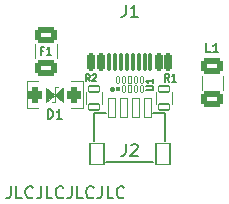
<source format=gto>
G04 #@! TF.GenerationSoftware,KiCad,Pcbnew,(5.99.0-8748-g0125986588)*
G04 #@! TF.CreationDate,2021-05-21T22:54:23+03:00*
G04 #@! TF.ProjectId,Unified-Daughterboard,556e6966-6965-4642-9d44-617567687465,C3*
G04 #@! TF.SameCoordinates,Original*
G04 #@! TF.FileFunction,Legend,Top*
G04 #@! TF.FilePolarity,Positive*
%FSLAX46Y46*%
G04 Gerber Fmt 4.6, Leading zero omitted, Abs format (unit mm)*
G04 Created by KiCad (PCBNEW (5.99.0-8748-g0125986588)) date 2021-05-21 22:54:23*
%MOMM*%
%LPD*%
G01*
G04 APERTURE LIST*
G04 Aperture macros list*
%AMRoundRect*
0 Rectangle with rounded corners*
0 $1 Rounding radius*
0 $2 $3 $4 $5 $6 $7 $8 $9 X,Y pos of 4 corners*
0 Add a 4 corners polygon primitive as box body*
4,1,4,$2,$3,$4,$5,$6,$7,$8,$9,$2,$3,0*
0 Add four circle primitives for the rounded corners*
1,1,$1+$1,$2,$3*
1,1,$1+$1,$4,$5*
1,1,$1+$1,$6,$7*
1,1,$1+$1,$8,$9*
0 Add four rect primitives between the rounded corners*
20,1,$1+$1,$2,$3,$4,$5,0*
20,1,$1+$1,$4,$5,$6,$7,0*
20,1,$1+$1,$6,$7,$8,$9,0*
20,1,$1+$1,$8,$9,$2,$3,0*%
G04 Aperture macros list end*
%ADD10C,0.150000*%
%ADD11C,0.152400*%
%ADD12C,0.127000*%
%ADD13C,0.200000*%
%ADD14C,0.400000*%
%ADD15C,0.120000*%
%ADD16C,0.101600*%
%ADD17C,0.100000*%
%ADD18RoundRect,0.176000X0.000000X-0.150000X0.000000X-0.150000X0.000000X0.150000X0.000000X0.150000X0*%
%ADD19RoundRect,0.051000X-0.125000X-0.275000X0.125000X-0.275000X0.125000X0.275000X-0.125000X0.275000X0*%
%ADD20RoundRect,0.051000X-0.150000X-0.275000X0.150000X-0.275000X0.150000X0.275000X-0.150000X0.275000X0*%
%ADD21RoundRect,0.270400X0.655600X-0.405600X0.655600X0.405600X-0.655600X0.405600X-0.655600X-0.405600X0*%
%ADD22RoundRect,0.051000X-0.450000X0.250000X-0.450000X-0.250000X0.450000X-0.250000X0.450000X0.250000X0*%
%ADD23RoundRect,0.270400X-0.655600X0.405600X-0.655600X-0.405600X0.655600X-0.405600X0.655600X0.405600X0*%
%ADD24RoundRect,0.275500X0.275500X0.375500X-0.275500X0.375500X-0.275500X-0.375500X0.275500X-0.375500X0*%
%ADD25O,1.202000X2.302000*%
%ADD26O,1.402000X2.002000*%
%ADD27C,0.752000*%
%ADD28RoundRect,0.175500X0.175500X0.600500X-0.175500X0.600500X-0.175500X-0.600500X0.175500X-0.600500X0*%
%ADD29RoundRect,0.100500X0.100500X0.675500X-0.100500X0.675500X-0.100500X-0.675500X0.100500X-0.675500X0*%
%ADD30C,3.602001*%
%ADD31RoundRect,0.051000X-0.300000X-0.775000X0.300000X-0.775000X0.300000X0.775000X-0.300000X0.775000X0*%
%ADD32RoundRect,0.051000X-0.600000X-0.900000X0.600000X-0.900000X0.600000X0.900000X-0.600000X0.900000X0*%
G04 APERTURE END LIST*
D10*
X64933452Y-74645380D02*
X64933452Y-75359666D01*
X64885833Y-75502523D01*
X64790595Y-75597761D01*
X64647738Y-75645380D01*
X64552500Y-75645380D01*
X65885833Y-75645380D02*
X65409642Y-75645380D01*
X65409642Y-74645380D01*
X66790595Y-75550142D02*
X66742976Y-75597761D01*
X66600119Y-75645380D01*
X66504880Y-75645380D01*
X66362023Y-75597761D01*
X66266785Y-75502523D01*
X66219166Y-75407285D01*
X66171547Y-75216809D01*
X66171547Y-75073952D01*
X66219166Y-74883476D01*
X66266785Y-74788238D01*
X66362023Y-74693000D01*
X66504880Y-74645380D01*
X66600119Y-74645380D01*
X66742976Y-74693000D01*
X66790595Y-74740619D01*
X67504880Y-74645380D02*
X67504880Y-75359666D01*
X67457261Y-75502523D01*
X67362023Y-75597761D01*
X67219166Y-75645380D01*
X67123928Y-75645380D01*
X68457261Y-75645380D02*
X67981071Y-75645380D01*
X67981071Y-74645380D01*
X69362023Y-75550142D02*
X69314404Y-75597761D01*
X69171547Y-75645380D01*
X69076309Y-75645380D01*
X68933452Y-75597761D01*
X68838214Y-75502523D01*
X68790595Y-75407285D01*
X68742976Y-75216809D01*
X68742976Y-75073952D01*
X68790595Y-74883476D01*
X68838214Y-74788238D01*
X68933452Y-74693000D01*
X69076309Y-74645380D01*
X69171547Y-74645380D01*
X69314404Y-74693000D01*
X69362023Y-74740619D01*
X70076309Y-74645380D02*
X70076309Y-75359666D01*
X70028690Y-75502523D01*
X69933452Y-75597761D01*
X69790595Y-75645380D01*
X69695357Y-75645380D01*
X71028690Y-75645380D02*
X70552500Y-75645380D01*
X70552500Y-74645380D01*
X71933452Y-75550142D02*
X71885833Y-75597761D01*
X71742976Y-75645380D01*
X71647738Y-75645380D01*
X71504880Y-75597761D01*
X71409642Y-75502523D01*
X71362023Y-75407285D01*
X71314404Y-75216809D01*
X71314404Y-75073952D01*
X71362023Y-74883476D01*
X71409642Y-74788238D01*
X71504880Y-74693000D01*
X71647738Y-74645380D01*
X71742976Y-74645380D01*
X71885833Y-74693000D01*
X71933452Y-74740619D01*
X72647738Y-74645380D02*
X72647738Y-75359666D01*
X72600119Y-75502523D01*
X72504880Y-75597761D01*
X72362023Y-75645380D01*
X72266785Y-75645380D01*
X73600119Y-75645380D02*
X73123928Y-75645380D01*
X73123928Y-74645380D01*
X74504880Y-75550142D02*
X74457261Y-75597761D01*
X74314404Y-75645380D01*
X74219166Y-75645380D01*
X74076309Y-75597761D01*
X73981071Y-75502523D01*
X73933452Y-75407285D01*
X73885833Y-75216809D01*
X73885833Y-75073952D01*
X73933452Y-74883476D01*
X73981071Y-74788238D01*
X74076309Y-74693000D01*
X74219166Y-74645380D01*
X74314404Y-74645380D01*
X74457261Y-74693000D01*
X74504880Y-74740619D01*
X76401128Y-66483542D02*
X76886842Y-66483542D01*
X76943985Y-66454971D01*
X76972557Y-66426400D01*
X77001128Y-66369257D01*
X77001128Y-66254971D01*
X76972557Y-66197828D01*
X76943985Y-66169257D01*
X76886842Y-66140685D01*
X76401128Y-66140685D01*
X77001128Y-65540685D02*
X77001128Y-65883542D01*
X77001128Y-65712114D02*
X76401128Y-65712114D01*
X76486842Y-65769257D01*
X76543985Y-65826400D01*
X76572557Y-65883542D01*
D11*
X81860500Y-63282714D02*
X81497642Y-63282714D01*
X81497642Y-62520714D01*
X82513642Y-63282714D02*
X82078214Y-63282714D01*
X82295928Y-63282714D02*
X82295928Y-62520714D01*
X82223357Y-62629571D01*
X82150785Y-62702142D01*
X82078214Y-62738428D01*
D12*
X71603133Y-65742280D02*
X71408400Y-65464090D01*
X71269304Y-65742280D02*
X71269304Y-65158080D01*
X71491857Y-65158080D01*
X71547495Y-65185900D01*
X71575314Y-65213719D01*
X71603133Y-65269357D01*
X71603133Y-65352814D01*
X71575314Y-65408452D01*
X71547495Y-65436271D01*
X71491857Y-65464090D01*
X71269304Y-65464090D01*
X71825685Y-65213719D02*
X71853504Y-65185900D01*
X71909142Y-65158080D01*
X72048238Y-65158080D01*
X72103876Y-65185900D01*
X72131695Y-65213719D01*
X72159514Y-65269357D01*
X72159514Y-65324995D01*
X72131695Y-65408452D01*
X71797866Y-65742280D01*
X72159514Y-65742280D01*
X67678833Y-63161642D02*
X67467166Y-63161642D01*
X67467166Y-63494261D02*
X67467166Y-62859261D01*
X67769547Y-62859261D01*
X68344071Y-63494261D02*
X67981214Y-63494261D01*
X68162642Y-63494261D02*
X68162642Y-62859261D01*
X68102166Y-62949976D01*
X68041690Y-63010452D01*
X67981214Y-63040690D01*
D13*
X68062023Y-68902904D02*
X68062023Y-68102904D01*
X68252500Y-68102904D01*
X68366785Y-68141000D01*
X68442976Y-68217190D01*
X68481071Y-68293380D01*
X68519166Y-68445761D01*
X68519166Y-68560047D01*
X68481071Y-68712428D01*
X68442976Y-68788619D01*
X68366785Y-68864809D01*
X68252500Y-68902904D01*
X68062023Y-68902904D01*
X69281071Y-68902904D02*
X68823928Y-68902904D01*
X69052500Y-68902904D02*
X69052500Y-68102904D01*
X68976309Y-68217190D01*
X68900119Y-68293380D01*
X68823928Y-68331476D01*
D10*
X74669166Y-59295380D02*
X74669166Y-60009666D01*
X74621547Y-60152523D01*
X74526309Y-60247761D01*
X74383452Y-60295380D01*
X74288214Y-60295380D01*
X75669166Y-60295380D02*
X75097738Y-60295380D01*
X75383452Y-60295380D02*
X75383452Y-59295380D01*
X75288214Y-59438238D01*
X75192976Y-59533476D01*
X75097738Y-59581095D01*
X74675166Y-71056380D02*
X74675166Y-71770666D01*
X74627547Y-71913523D01*
X74532309Y-72008761D01*
X74389452Y-72056380D01*
X74294214Y-72056380D01*
X75103738Y-71151619D02*
X75151357Y-71104000D01*
X75246595Y-71056380D01*
X75484690Y-71056380D01*
X75579928Y-71104000D01*
X75627547Y-71151619D01*
X75675166Y-71246857D01*
X75675166Y-71342095D01*
X75627547Y-71484952D01*
X75056119Y-72056380D01*
X75675166Y-72056380D01*
D12*
X78325666Y-65765261D02*
X78114000Y-65462880D01*
X77962809Y-65765261D02*
X77962809Y-65130261D01*
X78204714Y-65130261D01*
X78265190Y-65160500D01*
X78295428Y-65190738D01*
X78325666Y-65251214D01*
X78325666Y-65341928D01*
X78295428Y-65402404D01*
X78265190Y-65432642D01*
X78204714Y-65462880D01*
X77962809Y-65462880D01*
X78930428Y-65765261D02*
X78567571Y-65765261D01*
X78749000Y-65765261D02*
X78749000Y-65130261D01*
X78688523Y-65220976D01*
X78628047Y-65281452D01*
X78567571Y-65311690D01*
D14*
X73502500Y-66426400D02*
G75*
G03*
X73502500Y-66426400I0J0D01*
G01*
D15*
X82897500Y-66476064D02*
X82897500Y-65271936D01*
X81077500Y-66476064D02*
X81077500Y-65271936D01*
X72634500Y-66629000D02*
X72634500Y-67629000D01*
X71274500Y-67629000D02*
X71274500Y-66629000D01*
X66980500Y-62604936D02*
X66980500Y-63809064D01*
X68800500Y-62604936D02*
X68800500Y-63809064D01*
D16*
X71002500Y-68040000D02*
X70052500Y-68040000D01*
X71002500Y-65740000D02*
X70052500Y-65740000D01*
X71002500Y-65740000D02*
X71002500Y-68040000D01*
X66302500Y-68040000D02*
X67252500Y-68040000D01*
X66302500Y-65740000D02*
X67252500Y-65740000D01*
X66302500Y-68040000D02*
X66302500Y-65740000D01*
D17*
X68652500Y-66890000D02*
X69363500Y-66290000D01*
X69363500Y-66290000D02*
X69363500Y-67490000D01*
X69363500Y-67490000D02*
X68652500Y-66890000D01*
G36*
X69363500Y-67490000D02*
G01*
X68652500Y-66890000D01*
X69363500Y-66290000D01*
X69363500Y-67490000D01*
G37*
X69363500Y-67490000D02*
X68652500Y-66890000D01*
X69363500Y-66290000D01*
X69363500Y-67490000D01*
X68652500Y-66890000D02*
X67941500Y-67490000D01*
X67941500Y-67490000D02*
X67941500Y-66290000D01*
X67941500Y-66290000D02*
X68652500Y-66890000D01*
G36*
X68652500Y-66890000D02*
G01*
X67941500Y-67490000D01*
X67941500Y-66290000D01*
X68652500Y-66890000D01*
G37*
X68652500Y-66890000D02*
X67941500Y-67490000D01*
X67941500Y-66290000D01*
X68652500Y-66890000D01*
D15*
X68652500Y-66255000D02*
X68652500Y-67525000D01*
X68652500Y-67525000D02*
X68398500Y-67525000D01*
X68652500Y-66255000D02*
X68906500Y-66255000D01*
D10*
X72004500Y-68393000D02*
X73004500Y-68393000D01*
X72004500Y-70793000D02*
X72004500Y-68393000D01*
X77004500Y-72593000D02*
X73004500Y-72593000D01*
X78004500Y-68393000D02*
X78004500Y-70793000D01*
X77004500Y-68393000D02*
X78004500Y-68393000D01*
D15*
X77243500Y-67629000D02*
X77243500Y-66629000D01*
X78603500Y-66629000D02*
X78603500Y-67629000D01*
%LPC*%
D18*
X74002500Y-66411400D03*
D19*
X74502500Y-66411400D03*
D20*
X75002500Y-66411400D03*
D19*
X75502500Y-66411400D03*
X76002500Y-66411400D03*
X74502500Y-65641400D03*
X76002500Y-65641400D03*
X75502500Y-65641400D03*
X74002500Y-65641400D03*
D20*
X75002500Y-65641400D03*
D21*
X81987500Y-64474000D03*
X81987500Y-67274000D03*
D22*
X71954500Y-66379000D03*
X71954500Y-67879000D03*
D23*
X67890500Y-64607000D03*
X67890500Y-61807000D03*
D24*
X70302500Y-66890000D03*
X67002500Y-66890000D03*
D25*
X70702500Y-63343000D03*
D26*
X70702500Y-59143000D03*
D27*
X72112500Y-62792000D03*
X77892500Y-62792000D03*
D26*
X79302500Y-59143000D03*
D28*
X78252500Y-64118000D03*
D29*
X76752500Y-64118000D03*
X76252500Y-64118000D03*
X75752500Y-64118000D03*
X75256500Y-64118000D03*
X73252500Y-64118000D03*
X73752500Y-64118000D03*
X74252500Y-64118000D03*
X74752500Y-64118000D03*
D25*
X79302500Y-63343000D03*
D28*
X77452500Y-64118000D03*
X71752500Y-64118000D03*
X72552500Y-64118000D03*
D30*
X68004500Y-58543000D03*
X82004500Y-58543000D03*
X68004500Y-71043000D03*
X82004500Y-71043000D03*
D31*
X75504500Y-68018000D03*
X76504500Y-68018000D03*
X74504500Y-68018000D03*
X73504500Y-68018000D03*
D32*
X72204500Y-71893000D03*
X77804500Y-71893000D03*
D22*
X77923500Y-67879000D03*
X77923500Y-66379000D03*
M02*

</source>
